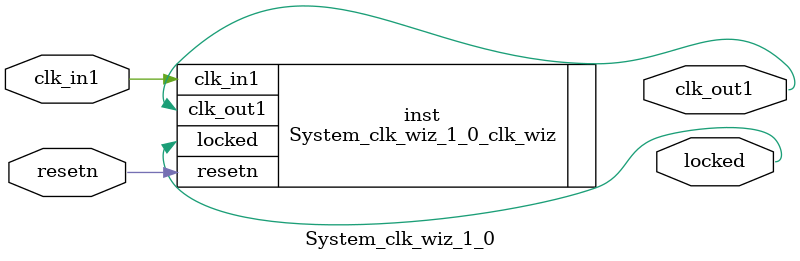
<source format=v>


`timescale 1ps/1ps

(* CORE_GENERATION_INFO = "System_clk_wiz_1_0,clk_wiz_v6_0_0_0,{component_name=System_clk_wiz_1_0,use_phase_alignment=true,use_min_o_jitter=false,use_max_i_jitter=false,use_dyn_phase_shift=false,use_inclk_switchover=false,use_dyn_reconfig=false,enable_axi=0,feedback_source=FDBK_AUTO,PRIMITIVE=MMCM,num_out_clk=1,clkin1_period=10.000,clkin2_period=10.000,use_power_down=false,use_reset=true,use_locked=true,use_inclk_stopped=false,feedback_type=SINGLE,CLOCK_MGR_TYPE=NA,manual_override=false}" *)

module System_clk_wiz_1_0 
 (
  // Clock out ports
  output        clk_out1,
  // Status and control signals
  input         resetn,
  output        locked,
 // Clock in ports
  input         clk_in1
 );

  System_clk_wiz_1_0_clk_wiz inst
  (
  // Clock out ports  
  .clk_out1(clk_out1),
  // Status and control signals               
  .resetn(resetn), 
  .locked(locked),
 // Clock in ports
  .clk_in1(clk_in1)
  );

endmodule

</source>
